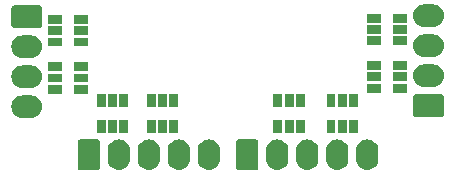
<source format=gbr>
G04 #@! TF.GenerationSoftware,KiCad,Pcbnew,(5.1.4)-1*
G04 #@! TF.CreationDate,2023-01-28T21:19:40+01:00*
G04 #@! TF.ProjectId,SEN-UP1-8xTH,53454e2d-5550-4312-9d38-7854482e6b69,V00.02*
G04 #@! TF.SameCoordinates,Original*
G04 #@! TF.FileFunction,Soldermask,Bot*
G04 #@! TF.FilePolarity,Negative*
%FSLAX46Y46*%
G04 Gerber Fmt 4.6, Leading zero omitted, Abs format (unit mm)*
G04 Created by KiCad (PCBNEW (5.1.4)-1) date 2023-01-28 21:19:40*
%MOMM*%
%LPD*%
G04 APERTURE LIST*
%ADD10C,0.100000*%
G04 APERTURE END LIST*
D10*
G36*
X121496427Y-136212760D02*
G01*
X121675693Y-136267140D01*
X121840902Y-136355445D01*
X121985712Y-136474288D01*
X122104555Y-136619098D01*
X122192860Y-136784306D01*
X122247240Y-136963572D01*
X122261000Y-137103282D01*
X122261000Y-137896717D01*
X122247240Y-138036427D01*
X122192860Y-138215694D01*
X122104555Y-138380902D01*
X121985712Y-138525712D01*
X121840902Y-138644555D01*
X121675694Y-138732860D01*
X121496428Y-138787240D01*
X121310000Y-138805601D01*
X121123573Y-138787240D01*
X120944307Y-138732860D01*
X120779099Y-138644555D01*
X120634289Y-138525712D01*
X120515446Y-138380902D01*
X120427141Y-138215694D01*
X120372760Y-138036428D01*
X120359000Y-137896718D01*
X120359000Y-137103283D01*
X120372760Y-136963573D01*
X120427140Y-136784307D01*
X120515445Y-136619098D01*
X120634288Y-136474288D01*
X120779098Y-136355445D01*
X120944306Y-136267140D01*
X121123572Y-136212760D01*
X121310000Y-136194399D01*
X121496427Y-136212760D01*
X121496427Y-136212760D01*
G37*
G36*
X118956427Y-136212760D02*
G01*
X119135693Y-136267140D01*
X119300902Y-136355445D01*
X119445712Y-136474288D01*
X119564555Y-136619098D01*
X119652860Y-136784306D01*
X119707240Y-136963572D01*
X119721000Y-137103282D01*
X119721000Y-137896717D01*
X119707240Y-138036427D01*
X119652860Y-138215694D01*
X119564555Y-138380902D01*
X119445712Y-138525712D01*
X119300902Y-138644555D01*
X119135694Y-138732860D01*
X118956428Y-138787240D01*
X118770000Y-138805601D01*
X118583573Y-138787240D01*
X118404307Y-138732860D01*
X118239099Y-138644555D01*
X118094289Y-138525712D01*
X117975446Y-138380902D01*
X117887141Y-138215694D01*
X117832760Y-138036428D01*
X117819000Y-137896718D01*
X117819000Y-137103283D01*
X117832760Y-136963573D01*
X117887140Y-136784307D01*
X117975445Y-136619098D01*
X118094288Y-136474288D01*
X118239098Y-136355445D01*
X118404306Y-136267140D01*
X118583572Y-136212760D01*
X118770000Y-136194399D01*
X118956427Y-136212760D01*
X118956427Y-136212760D01*
G37*
G36*
X116416427Y-136212760D02*
G01*
X116595693Y-136267140D01*
X116760902Y-136355445D01*
X116905712Y-136474288D01*
X117024555Y-136619098D01*
X117112860Y-136784306D01*
X117167240Y-136963572D01*
X117181000Y-137103282D01*
X117181000Y-137896717D01*
X117167240Y-138036427D01*
X117112860Y-138215694D01*
X117024555Y-138380902D01*
X116905712Y-138525712D01*
X116760902Y-138644555D01*
X116595694Y-138732860D01*
X116416428Y-138787240D01*
X116230000Y-138805601D01*
X116043573Y-138787240D01*
X115864307Y-138732860D01*
X115699099Y-138644555D01*
X115554289Y-138525712D01*
X115435446Y-138380902D01*
X115347141Y-138215694D01*
X115292760Y-138036428D01*
X115279000Y-137896718D01*
X115279000Y-137103283D01*
X115292760Y-136963573D01*
X115347140Y-136784307D01*
X115435445Y-136619098D01*
X115554288Y-136474288D01*
X115699098Y-136355445D01*
X115864306Y-136267140D01*
X116043572Y-136212760D01*
X116230000Y-136194399D01*
X116416427Y-136212760D01*
X116416427Y-136212760D01*
G37*
G36*
X113876427Y-136212760D02*
G01*
X114055693Y-136267140D01*
X114220902Y-136355445D01*
X114365712Y-136474288D01*
X114484555Y-136619098D01*
X114572860Y-136784306D01*
X114627240Y-136963572D01*
X114641000Y-137103282D01*
X114641000Y-137896717D01*
X114627240Y-138036427D01*
X114572860Y-138215694D01*
X114484555Y-138380902D01*
X114365712Y-138525712D01*
X114220902Y-138644555D01*
X114055694Y-138732860D01*
X113876428Y-138787240D01*
X113690000Y-138805601D01*
X113503573Y-138787240D01*
X113324307Y-138732860D01*
X113159099Y-138644555D01*
X113014289Y-138525712D01*
X112895446Y-138380902D01*
X112807141Y-138215694D01*
X112752760Y-138036428D01*
X112739000Y-137896718D01*
X112739000Y-137103283D01*
X112752760Y-136963573D01*
X112807140Y-136784307D01*
X112895445Y-136619098D01*
X113014288Y-136474288D01*
X113159098Y-136355445D01*
X113324306Y-136267140D01*
X113503572Y-136212760D01*
X113690000Y-136194399D01*
X113876427Y-136212760D01*
X113876427Y-136212760D01*
G37*
G36*
X108096427Y-136212760D02*
G01*
X108275693Y-136267140D01*
X108440902Y-136355445D01*
X108585712Y-136474288D01*
X108704555Y-136619098D01*
X108792860Y-136784306D01*
X108847240Y-136963572D01*
X108861000Y-137103282D01*
X108861000Y-137896717D01*
X108847240Y-138036427D01*
X108792860Y-138215694D01*
X108704555Y-138380902D01*
X108585712Y-138525712D01*
X108440902Y-138644555D01*
X108275694Y-138732860D01*
X108096428Y-138787240D01*
X107910000Y-138805601D01*
X107723573Y-138787240D01*
X107544307Y-138732860D01*
X107379099Y-138644555D01*
X107234289Y-138525712D01*
X107115446Y-138380902D01*
X107027141Y-138215694D01*
X106972760Y-138036428D01*
X106959000Y-137896718D01*
X106959000Y-137103283D01*
X106972760Y-136963573D01*
X107027140Y-136784307D01*
X107115445Y-136619098D01*
X107234288Y-136474288D01*
X107379098Y-136355445D01*
X107544306Y-136267140D01*
X107723572Y-136212760D01*
X107910000Y-136194399D01*
X108096427Y-136212760D01*
X108096427Y-136212760D01*
G37*
G36*
X105556427Y-136212760D02*
G01*
X105735693Y-136267140D01*
X105900902Y-136355445D01*
X106045712Y-136474288D01*
X106164555Y-136619098D01*
X106252860Y-136784306D01*
X106307240Y-136963572D01*
X106321000Y-137103282D01*
X106321000Y-137896717D01*
X106307240Y-138036427D01*
X106252860Y-138215694D01*
X106164555Y-138380902D01*
X106045712Y-138525712D01*
X105900902Y-138644555D01*
X105735694Y-138732860D01*
X105556428Y-138787240D01*
X105370000Y-138805601D01*
X105183573Y-138787240D01*
X105004307Y-138732860D01*
X104839099Y-138644555D01*
X104694289Y-138525712D01*
X104575446Y-138380902D01*
X104487141Y-138215694D01*
X104432760Y-138036428D01*
X104419000Y-137896718D01*
X104419000Y-137103283D01*
X104432760Y-136963573D01*
X104487140Y-136784307D01*
X104575445Y-136619098D01*
X104694288Y-136474288D01*
X104839098Y-136355445D01*
X105004306Y-136267140D01*
X105183572Y-136212760D01*
X105370000Y-136194399D01*
X105556427Y-136212760D01*
X105556427Y-136212760D01*
G37*
G36*
X103016427Y-136212760D02*
G01*
X103195693Y-136267140D01*
X103360902Y-136355445D01*
X103505712Y-136474288D01*
X103624555Y-136619098D01*
X103712860Y-136784306D01*
X103767240Y-136963572D01*
X103781000Y-137103282D01*
X103781000Y-137896717D01*
X103767240Y-138036427D01*
X103712860Y-138215694D01*
X103624555Y-138380902D01*
X103505712Y-138525712D01*
X103360902Y-138644555D01*
X103195694Y-138732860D01*
X103016428Y-138787240D01*
X102830000Y-138805601D01*
X102643573Y-138787240D01*
X102464307Y-138732860D01*
X102299099Y-138644555D01*
X102154289Y-138525712D01*
X102035446Y-138380902D01*
X101947141Y-138215694D01*
X101892760Y-138036428D01*
X101879000Y-137896718D01*
X101879000Y-137103283D01*
X101892760Y-136963573D01*
X101947140Y-136784307D01*
X102035445Y-136619098D01*
X102154288Y-136474288D01*
X102299098Y-136355445D01*
X102464306Y-136267140D01*
X102643572Y-136212760D01*
X102830000Y-136194399D01*
X103016427Y-136212760D01*
X103016427Y-136212760D01*
G37*
G36*
X100476427Y-136212760D02*
G01*
X100655693Y-136267140D01*
X100820902Y-136355445D01*
X100965712Y-136474288D01*
X101084555Y-136619098D01*
X101172860Y-136784306D01*
X101227240Y-136963572D01*
X101241000Y-137103282D01*
X101241000Y-137896717D01*
X101227240Y-138036427D01*
X101172860Y-138215694D01*
X101084555Y-138380902D01*
X100965712Y-138525712D01*
X100820902Y-138644555D01*
X100655694Y-138732860D01*
X100476428Y-138787240D01*
X100290000Y-138805601D01*
X100103573Y-138787240D01*
X99924307Y-138732860D01*
X99759099Y-138644555D01*
X99614289Y-138525712D01*
X99495446Y-138380902D01*
X99407141Y-138215694D01*
X99352760Y-138036428D01*
X99339000Y-137896718D01*
X99339000Y-137103283D01*
X99352760Y-136963573D01*
X99407140Y-136784307D01*
X99495445Y-136619098D01*
X99614288Y-136474288D01*
X99759098Y-136355445D01*
X99924306Y-136267140D01*
X100103572Y-136212760D01*
X100290000Y-136194399D01*
X100476427Y-136212760D01*
X100476427Y-136212760D01*
G37*
G36*
X98517208Y-136203623D02*
G01*
X98559989Y-136216601D01*
X98599413Y-136237673D01*
X98633969Y-136266031D01*
X98662327Y-136300587D01*
X98683399Y-136340011D01*
X98696377Y-136382792D01*
X98701000Y-136429732D01*
X98701000Y-138570268D01*
X98696377Y-138617208D01*
X98683399Y-138659989D01*
X98662327Y-138699413D01*
X98633969Y-138733969D01*
X98599413Y-138762327D01*
X98559989Y-138783399D01*
X98517208Y-138796377D01*
X98470268Y-138801000D01*
X97029732Y-138801000D01*
X96982792Y-138796377D01*
X96940011Y-138783399D01*
X96900587Y-138762327D01*
X96866031Y-138733969D01*
X96837673Y-138699413D01*
X96816601Y-138659989D01*
X96803623Y-138617208D01*
X96799000Y-138570268D01*
X96799000Y-136429732D01*
X96803623Y-136382792D01*
X96816601Y-136340011D01*
X96837673Y-136300587D01*
X96866031Y-136266031D01*
X96900587Y-136237673D01*
X96940011Y-136216601D01*
X96982792Y-136203623D01*
X97029732Y-136199000D01*
X98470268Y-136199000D01*
X98517208Y-136203623D01*
X98517208Y-136203623D01*
G37*
G36*
X111917208Y-136203623D02*
G01*
X111959989Y-136216601D01*
X111999413Y-136237673D01*
X112033969Y-136266031D01*
X112062327Y-136300587D01*
X112083399Y-136340011D01*
X112096377Y-136382792D01*
X112101000Y-136429732D01*
X112101000Y-138570268D01*
X112096377Y-138617208D01*
X112083399Y-138659989D01*
X112062327Y-138699413D01*
X112033969Y-138733969D01*
X111999413Y-138762327D01*
X111959989Y-138783399D01*
X111917208Y-138796377D01*
X111870268Y-138801000D01*
X110429732Y-138801000D01*
X110382792Y-138796377D01*
X110340011Y-138783399D01*
X110300587Y-138762327D01*
X110266031Y-138733969D01*
X110237673Y-138699413D01*
X110216601Y-138659989D01*
X110203623Y-138617208D01*
X110199000Y-138570268D01*
X110199000Y-136429732D01*
X110203623Y-136382792D01*
X110216601Y-136340011D01*
X110237673Y-136300587D01*
X110266031Y-136266031D01*
X110300587Y-136237673D01*
X110340011Y-136216601D01*
X110382792Y-136203623D01*
X110429732Y-136199000D01*
X111870268Y-136199000D01*
X111917208Y-136203623D01*
X111917208Y-136203623D01*
G37*
G36*
X114126000Y-135681000D02*
G01*
X113374000Y-135681000D01*
X113374000Y-134519000D01*
X114126000Y-134519000D01*
X114126000Y-135681000D01*
X114126000Y-135681000D01*
G37*
G36*
X99176000Y-135681000D02*
G01*
X98424000Y-135681000D01*
X98424000Y-134519000D01*
X99176000Y-134519000D01*
X99176000Y-135681000D01*
X99176000Y-135681000D01*
G37*
G36*
X100126000Y-135681000D02*
G01*
X99374000Y-135681000D01*
X99374000Y-134519000D01*
X100126000Y-134519000D01*
X100126000Y-135681000D01*
X100126000Y-135681000D01*
G37*
G36*
X105326000Y-135681000D02*
G01*
X104574000Y-135681000D01*
X104574000Y-134519000D01*
X105326000Y-134519000D01*
X105326000Y-135681000D01*
X105326000Y-135681000D01*
G37*
G36*
X103426000Y-135681000D02*
G01*
X102674000Y-135681000D01*
X102674000Y-134519000D01*
X103426000Y-134519000D01*
X103426000Y-135681000D01*
X103426000Y-135681000D01*
G37*
G36*
X104376000Y-135681000D02*
G01*
X103624000Y-135681000D01*
X103624000Y-134519000D01*
X104376000Y-134519000D01*
X104376000Y-135681000D01*
X104376000Y-135681000D01*
G37*
G36*
X116026000Y-135681000D02*
G01*
X115274000Y-135681000D01*
X115274000Y-134519000D01*
X116026000Y-134519000D01*
X116026000Y-135681000D01*
X116026000Y-135681000D01*
G37*
G36*
X115076000Y-135681000D02*
G01*
X114324000Y-135681000D01*
X114324000Y-134519000D01*
X115076000Y-134519000D01*
X115076000Y-135681000D01*
X115076000Y-135681000D01*
G37*
G36*
X120526000Y-135681000D02*
G01*
X119774000Y-135681000D01*
X119774000Y-134519000D01*
X120526000Y-134519000D01*
X120526000Y-135681000D01*
X120526000Y-135681000D01*
G37*
G36*
X118626000Y-135681000D02*
G01*
X117874000Y-135681000D01*
X117874000Y-134519000D01*
X118626000Y-134519000D01*
X118626000Y-135681000D01*
X118626000Y-135681000D01*
G37*
G36*
X101076000Y-135681000D02*
G01*
X100324000Y-135681000D01*
X100324000Y-134519000D01*
X101076000Y-134519000D01*
X101076000Y-135681000D01*
X101076000Y-135681000D01*
G37*
G36*
X119576000Y-135681000D02*
G01*
X118824000Y-135681000D01*
X118824000Y-134519000D01*
X119576000Y-134519000D01*
X119576000Y-135681000D01*
X119576000Y-135681000D01*
G37*
G36*
X93036428Y-132482760D02*
G01*
X93215694Y-132537140D01*
X93380902Y-132625445D01*
X93525712Y-132744288D01*
X93644555Y-132889098D01*
X93732860Y-133054306D01*
X93787240Y-133233572D01*
X93805601Y-133420000D01*
X93787240Y-133606428D01*
X93732860Y-133785694D01*
X93644555Y-133950902D01*
X93525712Y-134095712D01*
X93380902Y-134214555D01*
X93215694Y-134302860D01*
X93036428Y-134357240D01*
X92896718Y-134371000D01*
X92103282Y-134371000D01*
X91963572Y-134357240D01*
X91784306Y-134302860D01*
X91619098Y-134214555D01*
X91474288Y-134095712D01*
X91355445Y-133950902D01*
X91267140Y-133785694D01*
X91212760Y-133606428D01*
X91194399Y-133420000D01*
X91212760Y-133233572D01*
X91267140Y-133054306D01*
X91355445Y-132889098D01*
X91474288Y-132744288D01*
X91619098Y-132625445D01*
X91784306Y-132537140D01*
X91963572Y-132482760D01*
X92103282Y-132469000D01*
X92896718Y-132469000D01*
X93036428Y-132482760D01*
X93036428Y-132482760D01*
G37*
G36*
X127617208Y-132393623D02*
G01*
X127659989Y-132406601D01*
X127699413Y-132427673D01*
X127733969Y-132456031D01*
X127762327Y-132490587D01*
X127783399Y-132530011D01*
X127796377Y-132572792D01*
X127801000Y-132619732D01*
X127801000Y-134060268D01*
X127796377Y-134107208D01*
X127783399Y-134149989D01*
X127762327Y-134189413D01*
X127733969Y-134223969D01*
X127699413Y-134252327D01*
X127659989Y-134273399D01*
X127617208Y-134286377D01*
X127570268Y-134291000D01*
X125429732Y-134291000D01*
X125382792Y-134286377D01*
X125340011Y-134273399D01*
X125300587Y-134252327D01*
X125266031Y-134223969D01*
X125237673Y-134189413D01*
X125216601Y-134149989D01*
X125203623Y-134107208D01*
X125199000Y-134060268D01*
X125199000Y-132619732D01*
X125203623Y-132572792D01*
X125216601Y-132530011D01*
X125237673Y-132490587D01*
X125266031Y-132456031D01*
X125300587Y-132427673D01*
X125340011Y-132406601D01*
X125382792Y-132393623D01*
X125429732Y-132389000D01*
X127570268Y-132389000D01*
X127617208Y-132393623D01*
X127617208Y-132393623D01*
G37*
G36*
X101076000Y-133481000D02*
G01*
X100324000Y-133481000D01*
X100324000Y-132319000D01*
X101076000Y-132319000D01*
X101076000Y-133481000D01*
X101076000Y-133481000D01*
G37*
G36*
X105326000Y-133481000D02*
G01*
X104574000Y-133481000D01*
X104574000Y-132319000D01*
X105326000Y-132319000D01*
X105326000Y-133481000D01*
X105326000Y-133481000D01*
G37*
G36*
X103426000Y-133481000D02*
G01*
X102674000Y-133481000D01*
X102674000Y-132319000D01*
X103426000Y-132319000D01*
X103426000Y-133481000D01*
X103426000Y-133481000D01*
G37*
G36*
X100126000Y-133481000D02*
G01*
X99374000Y-133481000D01*
X99374000Y-132319000D01*
X100126000Y-132319000D01*
X100126000Y-133481000D01*
X100126000Y-133481000D01*
G37*
G36*
X114126000Y-133481000D02*
G01*
X113374000Y-133481000D01*
X113374000Y-132319000D01*
X114126000Y-132319000D01*
X114126000Y-133481000D01*
X114126000Y-133481000D01*
G37*
G36*
X115076000Y-133481000D02*
G01*
X114324000Y-133481000D01*
X114324000Y-132319000D01*
X115076000Y-132319000D01*
X115076000Y-133481000D01*
X115076000Y-133481000D01*
G37*
G36*
X99176000Y-133481000D02*
G01*
X98424000Y-133481000D01*
X98424000Y-132319000D01*
X99176000Y-132319000D01*
X99176000Y-133481000D01*
X99176000Y-133481000D01*
G37*
G36*
X116026000Y-133481000D02*
G01*
X115274000Y-133481000D01*
X115274000Y-132319000D01*
X116026000Y-132319000D01*
X116026000Y-133481000D01*
X116026000Y-133481000D01*
G37*
G36*
X120526000Y-133481000D02*
G01*
X119774000Y-133481000D01*
X119774000Y-132319000D01*
X120526000Y-132319000D01*
X120526000Y-133481000D01*
X120526000Y-133481000D01*
G37*
G36*
X119576000Y-133481000D02*
G01*
X118824000Y-133481000D01*
X118824000Y-132319000D01*
X119576000Y-132319000D01*
X119576000Y-133481000D01*
X119576000Y-133481000D01*
G37*
G36*
X118626000Y-133481000D02*
G01*
X117874000Y-133481000D01*
X117874000Y-132319000D01*
X118626000Y-132319000D01*
X118626000Y-133481000D01*
X118626000Y-133481000D01*
G37*
G36*
X104376000Y-133481000D02*
G01*
X103624000Y-133481000D01*
X103624000Y-132319000D01*
X104376000Y-132319000D01*
X104376000Y-133481000D01*
X104376000Y-133481000D01*
G37*
G36*
X97681000Y-132326000D02*
G01*
X96519000Y-132326000D01*
X96519000Y-131574000D01*
X97681000Y-131574000D01*
X97681000Y-132326000D01*
X97681000Y-132326000D01*
G37*
G36*
X95481000Y-132326000D02*
G01*
X94319000Y-132326000D01*
X94319000Y-131574000D01*
X95481000Y-131574000D01*
X95481000Y-132326000D01*
X95481000Y-132326000D01*
G37*
G36*
X124681000Y-132226000D02*
G01*
X123519000Y-132226000D01*
X123519000Y-131474000D01*
X124681000Y-131474000D01*
X124681000Y-132226000D01*
X124681000Y-132226000D01*
G37*
G36*
X122481000Y-132226000D02*
G01*
X121319000Y-132226000D01*
X121319000Y-131474000D01*
X122481000Y-131474000D01*
X122481000Y-132226000D01*
X122481000Y-132226000D01*
G37*
G36*
X93036428Y-129942760D02*
G01*
X93215694Y-129997140D01*
X93380902Y-130085445D01*
X93525712Y-130204288D01*
X93644555Y-130349098D01*
X93732860Y-130514306D01*
X93787240Y-130693572D01*
X93805601Y-130880000D01*
X93787240Y-131066428D01*
X93732860Y-131245694D01*
X93644555Y-131410902D01*
X93525712Y-131555712D01*
X93380902Y-131674555D01*
X93215694Y-131762860D01*
X93036428Y-131817240D01*
X92896718Y-131831000D01*
X92103282Y-131831000D01*
X91963572Y-131817240D01*
X91784306Y-131762860D01*
X91619098Y-131674555D01*
X91474288Y-131555712D01*
X91355445Y-131410902D01*
X91267140Y-131245694D01*
X91212760Y-131066428D01*
X91194399Y-130880000D01*
X91212760Y-130693572D01*
X91267140Y-130514306D01*
X91355445Y-130349098D01*
X91474288Y-130204288D01*
X91619098Y-130085445D01*
X91784306Y-129997140D01*
X91963572Y-129942760D01*
X92103282Y-129929000D01*
X92896718Y-129929000D01*
X93036428Y-129942760D01*
X93036428Y-129942760D01*
G37*
G36*
X127036428Y-129862760D02*
G01*
X127215694Y-129917140D01*
X127380902Y-130005445D01*
X127525712Y-130124288D01*
X127644555Y-130269098D01*
X127732860Y-130434306D01*
X127787240Y-130613572D01*
X127805601Y-130800000D01*
X127787240Y-130986428D01*
X127732860Y-131165694D01*
X127644555Y-131330902D01*
X127525712Y-131475712D01*
X127380902Y-131594555D01*
X127215694Y-131682860D01*
X127036428Y-131737240D01*
X126896718Y-131751000D01*
X126103282Y-131751000D01*
X125963572Y-131737240D01*
X125784306Y-131682860D01*
X125619098Y-131594555D01*
X125474288Y-131475712D01*
X125355445Y-131330902D01*
X125267140Y-131165694D01*
X125212760Y-130986428D01*
X125194399Y-130800000D01*
X125212760Y-130613572D01*
X125267140Y-130434306D01*
X125355445Y-130269098D01*
X125474288Y-130124288D01*
X125619098Y-130005445D01*
X125784306Y-129917140D01*
X125963572Y-129862760D01*
X126103282Y-129849000D01*
X126896718Y-129849000D01*
X127036428Y-129862760D01*
X127036428Y-129862760D01*
G37*
G36*
X95481000Y-131376000D02*
G01*
X94319000Y-131376000D01*
X94319000Y-130624000D01*
X95481000Y-130624000D01*
X95481000Y-131376000D01*
X95481000Y-131376000D01*
G37*
G36*
X97681000Y-131376000D02*
G01*
X96519000Y-131376000D01*
X96519000Y-130624000D01*
X97681000Y-130624000D01*
X97681000Y-131376000D01*
X97681000Y-131376000D01*
G37*
G36*
X124681000Y-131276000D02*
G01*
X123519000Y-131276000D01*
X123519000Y-130524000D01*
X124681000Y-130524000D01*
X124681000Y-131276000D01*
X124681000Y-131276000D01*
G37*
G36*
X122481000Y-131276000D02*
G01*
X121319000Y-131276000D01*
X121319000Y-130524000D01*
X122481000Y-130524000D01*
X122481000Y-131276000D01*
X122481000Y-131276000D01*
G37*
G36*
X97681000Y-130426000D02*
G01*
X96519000Y-130426000D01*
X96519000Y-129674000D01*
X97681000Y-129674000D01*
X97681000Y-130426000D01*
X97681000Y-130426000D01*
G37*
G36*
X95481000Y-130426000D02*
G01*
X94319000Y-130426000D01*
X94319000Y-129674000D01*
X95481000Y-129674000D01*
X95481000Y-130426000D01*
X95481000Y-130426000D01*
G37*
G36*
X124681000Y-130326000D02*
G01*
X123519000Y-130326000D01*
X123519000Y-129574000D01*
X124681000Y-129574000D01*
X124681000Y-130326000D01*
X124681000Y-130326000D01*
G37*
G36*
X122481000Y-130326000D02*
G01*
X121319000Y-130326000D01*
X121319000Y-129574000D01*
X122481000Y-129574000D01*
X122481000Y-130326000D01*
X122481000Y-130326000D01*
G37*
G36*
X93036428Y-127402760D02*
G01*
X93215694Y-127457140D01*
X93380902Y-127545445D01*
X93525712Y-127664288D01*
X93644555Y-127809098D01*
X93732860Y-127974306D01*
X93787240Y-128153572D01*
X93805601Y-128340000D01*
X93787240Y-128526428D01*
X93732860Y-128705694D01*
X93644555Y-128870902D01*
X93525712Y-129015712D01*
X93380902Y-129134555D01*
X93215694Y-129222860D01*
X93036428Y-129277240D01*
X92896718Y-129291000D01*
X92103282Y-129291000D01*
X91963572Y-129277240D01*
X91784306Y-129222860D01*
X91619098Y-129134555D01*
X91474288Y-129015712D01*
X91355445Y-128870902D01*
X91267140Y-128705694D01*
X91212760Y-128526428D01*
X91194399Y-128340000D01*
X91212760Y-128153572D01*
X91267140Y-127974306D01*
X91355445Y-127809098D01*
X91474288Y-127664288D01*
X91619098Y-127545445D01*
X91784306Y-127457140D01*
X91963572Y-127402760D01*
X92103282Y-127389000D01*
X92896718Y-127389000D01*
X93036428Y-127402760D01*
X93036428Y-127402760D01*
G37*
G36*
X127036428Y-127322760D02*
G01*
X127215694Y-127377140D01*
X127380902Y-127465445D01*
X127525712Y-127584288D01*
X127644555Y-127729098D01*
X127732860Y-127894306D01*
X127787240Y-128073572D01*
X127805601Y-128260000D01*
X127787240Y-128446428D01*
X127732860Y-128625694D01*
X127644555Y-128790902D01*
X127525712Y-128935712D01*
X127380902Y-129054555D01*
X127215694Y-129142860D01*
X127036428Y-129197240D01*
X126896718Y-129211000D01*
X126103282Y-129211000D01*
X125963572Y-129197240D01*
X125784306Y-129142860D01*
X125619098Y-129054555D01*
X125474288Y-128935712D01*
X125355445Y-128790902D01*
X125267140Y-128625694D01*
X125212760Y-128446428D01*
X125194399Y-128260000D01*
X125212760Y-128073572D01*
X125267140Y-127894306D01*
X125355445Y-127729098D01*
X125474288Y-127584288D01*
X125619098Y-127465445D01*
X125784306Y-127377140D01*
X125963572Y-127322760D01*
X126103282Y-127309000D01*
X126896718Y-127309000D01*
X127036428Y-127322760D01*
X127036428Y-127322760D01*
G37*
G36*
X95481000Y-128326000D02*
G01*
X94319000Y-128326000D01*
X94319000Y-127574000D01*
X95481000Y-127574000D01*
X95481000Y-128326000D01*
X95481000Y-128326000D01*
G37*
G36*
X97681000Y-128326000D02*
G01*
X96519000Y-128326000D01*
X96519000Y-127574000D01*
X97681000Y-127574000D01*
X97681000Y-128326000D01*
X97681000Y-128326000D01*
G37*
G36*
X122481000Y-128226000D02*
G01*
X121319000Y-128226000D01*
X121319000Y-127474000D01*
X122481000Y-127474000D01*
X122481000Y-128226000D01*
X122481000Y-128226000D01*
G37*
G36*
X124681000Y-128226000D02*
G01*
X123519000Y-128226000D01*
X123519000Y-127474000D01*
X124681000Y-127474000D01*
X124681000Y-128226000D01*
X124681000Y-128226000D01*
G37*
G36*
X95481000Y-127376000D02*
G01*
X94319000Y-127376000D01*
X94319000Y-126624000D01*
X95481000Y-126624000D01*
X95481000Y-127376000D01*
X95481000Y-127376000D01*
G37*
G36*
X97681000Y-127376000D02*
G01*
X96519000Y-127376000D01*
X96519000Y-126624000D01*
X97681000Y-126624000D01*
X97681000Y-127376000D01*
X97681000Y-127376000D01*
G37*
G36*
X122481000Y-127276000D02*
G01*
X121319000Y-127276000D01*
X121319000Y-126524000D01*
X122481000Y-126524000D01*
X122481000Y-127276000D01*
X122481000Y-127276000D01*
G37*
G36*
X124681000Y-127276000D02*
G01*
X123519000Y-127276000D01*
X123519000Y-126524000D01*
X124681000Y-126524000D01*
X124681000Y-127276000D01*
X124681000Y-127276000D01*
G37*
G36*
X93617208Y-124853623D02*
G01*
X93659989Y-124866601D01*
X93699413Y-124887673D01*
X93733969Y-124916031D01*
X93762327Y-124950587D01*
X93783399Y-124990011D01*
X93796377Y-125032792D01*
X93801000Y-125079732D01*
X93801000Y-126520268D01*
X93796377Y-126567208D01*
X93783399Y-126609989D01*
X93762327Y-126649413D01*
X93733969Y-126683969D01*
X93699413Y-126712327D01*
X93659989Y-126733399D01*
X93617208Y-126746377D01*
X93570268Y-126751000D01*
X91429732Y-126751000D01*
X91382792Y-126746377D01*
X91340011Y-126733399D01*
X91300587Y-126712327D01*
X91266031Y-126683969D01*
X91237673Y-126649413D01*
X91216601Y-126609989D01*
X91203623Y-126567208D01*
X91199000Y-126520268D01*
X91199000Y-125079732D01*
X91203623Y-125032792D01*
X91216601Y-124990011D01*
X91237673Y-124950587D01*
X91266031Y-124916031D01*
X91300587Y-124887673D01*
X91340011Y-124866601D01*
X91382792Y-124853623D01*
X91429732Y-124849000D01*
X93570268Y-124849000D01*
X93617208Y-124853623D01*
X93617208Y-124853623D01*
G37*
G36*
X127036428Y-124782760D02*
G01*
X127215694Y-124837140D01*
X127380902Y-124925445D01*
X127525712Y-125044288D01*
X127644555Y-125189098D01*
X127732860Y-125354306D01*
X127787240Y-125533572D01*
X127805601Y-125720000D01*
X127787240Y-125906428D01*
X127732860Y-126085694D01*
X127644555Y-126250902D01*
X127525712Y-126395712D01*
X127380902Y-126514555D01*
X127215694Y-126602860D01*
X127036428Y-126657240D01*
X126896718Y-126671000D01*
X126103282Y-126671000D01*
X125963572Y-126657240D01*
X125784306Y-126602860D01*
X125619098Y-126514555D01*
X125474288Y-126395712D01*
X125355445Y-126250902D01*
X125267140Y-126085694D01*
X125212760Y-125906428D01*
X125194399Y-125720000D01*
X125212760Y-125533572D01*
X125267140Y-125354306D01*
X125355445Y-125189098D01*
X125474288Y-125044288D01*
X125619098Y-124925445D01*
X125784306Y-124837140D01*
X125963572Y-124782760D01*
X126103282Y-124769000D01*
X126896718Y-124769000D01*
X127036428Y-124782760D01*
X127036428Y-124782760D01*
G37*
G36*
X97681000Y-126426000D02*
G01*
X96519000Y-126426000D01*
X96519000Y-125674000D01*
X97681000Y-125674000D01*
X97681000Y-126426000D01*
X97681000Y-126426000D01*
G37*
G36*
X95481000Y-126426000D02*
G01*
X94319000Y-126426000D01*
X94319000Y-125674000D01*
X95481000Y-125674000D01*
X95481000Y-126426000D01*
X95481000Y-126426000D01*
G37*
G36*
X124681000Y-126326000D02*
G01*
X123519000Y-126326000D01*
X123519000Y-125574000D01*
X124681000Y-125574000D01*
X124681000Y-126326000D01*
X124681000Y-126326000D01*
G37*
G36*
X122481000Y-126326000D02*
G01*
X121319000Y-126326000D01*
X121319000Y-125574000D01*
X122481000Y-125574000D01*
X122481000Y-126326000D01*
X122481000Y-126326000D01*
G37*
M02*

</source>
